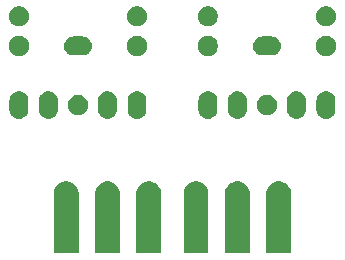
<source format=gbr>
G04 #@! TF.GenerationSoftware,KiCad,Pcbnew,(5.1.2)-1*
G04 #@! TF.CreationDate,2020-11-28T18:44:11+01:00*
G04 #@! TF.ProjectId,Kicad_Tweezers,4b696361-645f-4547-9765-657a6572732e,rev?*
G04 #@! TF.SameCoordinates,Original*
G04 #@! TF.FileFunction,Soldermask,Top*
G04 #@! TF.FilePolarity,Negative*
%FSLAX46Y46*%
G04 Gerber Fmt 4.6, Leading zero omitted, Abs format (unit mm)*
G04 Created by KiCad (PCBNEW (5.1.2)-1) date 2020-11-28 18:44:11*
%MOMM*%
%LPD*%
G04 APERTURE LIST*
%ADD10C,0.100000*%
G04 APERTURE END LIST*
D10*
G36*
X142306564Y-102489389D02*
G01*
X142497833Y-102568615D01*
X142497835Y-102568616D01*
X142669973Y-102683635D01*
X142816365Y-102830027D01*
X142931385Y-103002167D01*
X143010611Y-103193436D01*
X143041433Y-103348387D01*
X143048546Y-103371836D01*
X143051000Y-103376427D01*
X143051000Y-108551000D01*
X140949000Y-108551000D01*
X140949000Y-103376427D01*
X140951454Y-103371836D01*
X140958567Y-103348387D01*
X140989389Y-103193436D01*
X141068615Y-103002167D01*
X141183635Y-102830027D01*
X141330027Y-102683635D01*
X141502165Y-102568616D01*
X141502167Y-102568615D01*
X141693436Y-102489389D01*
X141896484Y-102449000D01*
X142103516Y-102449000D01*
X142306564Y-102489389D01*
X142306564Y-102489389D01*
G37*
G36*
X124306564Y-102489389D02*
G01*
X124497833Y-102568615D01*
X124497835Y-102568616D01*
X124669973Y-102683635D01*
X124816365Y-102830027D01*
X124931385Y-103002167D01*
X125010611Y-103193436D01*
X125041433Y-103348387D01*
X125048546Y-103371836D01*
X125051000Y-103376427D01*
X125051000Y-108551000D01*
X122949000Y-108551000D01*
X122949000Y-103376427D01*
X122951454Y-103371836D01*
X122958567Y-103348387D01*
X122989389Y-103193436D01*
X123068615Y-103002167D01*
X123183635Y-102830027D01*
X123330027Y-102683635D01*
X123502165Y-102568616D01*
X123502167Y-102568615D01*
X123693436Y-102489389D01*
X123896484Y-102449000D01*
X124103516Y-102449000D01*
X124306564Y-102489389D01*
X124306564Y-102489389D01*
G37*
G36*
X135306564Y-102489389D02*
G01*
X135497833Y-102568615D01*
X135497835Y-102568616D01*
X135669973Y-102683635D01*
X135816365Y-102830027D01*
X135931385Y-103002167D01*
X136010611Y-103193436D01*
X136041433Y-103348387D01*
X136048546Y-103371836D01*
X136051000Y-103376427D01*
X136051000Y-108551000D01*
X133949000Y-108551000D01*
X133949000Y-103376427D01*
X133951454Y-103371836D01*
X133958567Y-103348387D01*
X133989389Y-103193436D01*
X134068615Y-103002167D01*
X134183635Y-102830027D01*
X134330027Y-102683635D01*
X134502165Y-102568616D01*
X134502167Y-102568615D01*
X134693436Y-102489389D01*
X134896484Y-102449000D01*
X135103516Y-102449000D01*
X135306564Y-102489389D01*
X135306564Y-102489389D01*
G37*
G36*
X131306564Y-102489389D02*
G01*
X131497833Y-102568615D01*
X131497835Y-102568616D01*
X131669973Y-102683635D01*
X131816365Y-102830027D01*
X131931385Y-103002167D01*
X132010611Y-103193436D01*
X132041433Y-103348387D01*
X132048546Y-103371836D01*
X132051000Y-103376427D01*
X132051000Y-108551000D01*
X129949000Y-108551000D01*
X129949000Y-103376427D01*
X129951454Y-103371836D01*
X129958567Y-103348387D01*
X129989389Y-103193436D01*
X130068615Y-103002167D01*
X130183635Y-102830027D01*
X130330027Y-102683635D01*
X130502165Y-102568616D01*
X130502167Y-102568615D01*
X130693436Y-102489389D01*
X130896484Y-102449000D01*
X131103516Y-102449000D01*
X131306564Y-102489389D01*
X131306564Y-102489389D01*
G37*
G36*
X127806564Y-102489389D02*
G01*
X127997833Y-102568615D01*
X127997835Y-102568616D01*
X128169973Y-102683635D01*
X128316365Y-102830027D01*
X128431385Y-103002167D01*
X128510611Y-103193436D01*
X128541433Y-103348387D01*
X128548546Y-103371836D01*
X128551000Y-103376427D01*
X128551000Y-108551000D01*
X126449000Y-108551000D01*
X126449000Y-103376427D01*
X126451454Y-103371836D01*
X126458567Y-103348387D01*
X126489389Y-103193436D01*
X126568615Y-103002167D01*
X126683635Y-102830027D01*
X126830027Y-102683635D01*
X127002165Y-102568616D01*
X127002167Y-102568615D01*
X127193436Y-102489389D01*
X127396484Y-102449000D01*
X127603516Y-102449000D01*
X127806564Y-102489389D01*
X127806564Y-102489389D01*
G37*
G36*
X138806564Y-102489389D02*
G01*
X138997833Y-102568615D01*
X138997835Y-102568616D01*
X139169973Y-102683635D01*
X139316365Y-102830027D01*
X139431385Y-103002167D01*
X139510611Y-103193436D01*
X139541433Y-103348387D01*
X139548546Y-103371836D01*
X139551000Y-103376427D01*
X139551000Y-108551000D01*
X137449000Y-108551000D01*
X137449000Y-103376427D01*
X137451454Y-103371836D01*
X137458567Y-103348387D01*
X137489389Y-103193436D01*
X137568615Y-103002167D01*
X137683635Y-102830027D01*
X137830027Y-102683635D01*
X138002165Y-102568616D01*
X138002167Y-102568615D01*
X138193436Y-102489389D01*
X138396484Y-102449000D01*
X138603516Y-102449000D01*
X138806564Y-102489389D01*
X138806564Y-102489389D01*
G37*
G36*
X138657022Y-94835590D02*
G01*
X138757681Y-94866125D01*
X138808012Y-94881392D01*
X138947164Y-94955771D01*
X139069133Y-95055867D01*
X139145565Y-95149000D01*
X139169229Y-95177835D01*
X139243608Y-95316987D01*
X139250281Y-95338985D01*
X139289410Y-95467977D01*
X139301000Y-95585655D01*
X139301000Y-96414345D01*
X139289410Y-96532023D01*
X139258875Y-96632682D01*
X139243608Y-96683013D01*
X139169229Y-96822165D01*
X139069133Y-96944133D01*
X138947165Y-97044229D01*
X138808013Y-97118608D01*
X138757682Y-97133875D01*
X138657023Y-97164410D01*
X138500000Y-97179875D01*
X138342978Y-97164410D01*
X138242319Y-97133875D01*
X138191988Y-97118608D01*
X138052836Y-97044229D01*
X137930868Y-96944133D01*
X137830772Y-96822165D01*
X137756393Y-96683013D01*
X137741125Y-96632682D01*
X137710590Y-96532023D01*
X137699000Y-96414345D01*
X137699000Y-95585656D01*
X137710590Y-95467978D01*
X137741125Y-95367319D01*
X137756392Y-95316988D01*
X137830771Y-95177836D01*
X137854436Y-95149000D01*
X137930867Y-95055867D01*
X138052835Y-94955771D01*
X138191987Y-94881392D01*
X138242318Y-94866125D01*
X138342977Y-94835590D01*
X138500000Y-94820125D01*
X138657022Y-94835590D01*
X138657022Y-94835590D01*
G37*
G36*
X136157022Y-94835590D02*
G01*
X136257681Y-94866125D01*
X136308012Y-94881392D01*
X136447164Y-94955771D01*
X136569133Y-95055867D01*
X136645565Y-95149000D01*
X136669229Y-95177835D01*
X136743608Y-95316987D01*
X136750281Y-95338985D01*
X136789410Y-95467977D01*
X136801000Y-95585655D01*
X136801000Y-96414345D01*
X136789410Y-96532023D01*
X136758875Y-96632682D01*
X136743608Y-96683013D01*
X136669229Y-96822165D01*
X136569133Y-96944133D01*
X136447165Y-97044229D01*
X136308013Y-97118608D01*
X136257682Y-97133875D01*
X136157023Y-97164410D01*
X136000000Y-97179875D01*
X135842978Y-97164410D01*
X135742319Y-97133875D01*
X135691988Y-97118608D01*
X135552836Y-97044229D01*
X135430868Y-96944133D01*
X135330772Y-96822165D01*
X135256393Y-96683013D01*
X135241125Y-96632682D01*
X135210590Y-96532023D01*
X135199000Y-96414345D01*
X135199000Y-95585656D01*
X135210590Y-95467978D01*
X135241125Y-95367319D01*
X135256392Y-95316988D01*
X135330771Y-95177836D01*
X135354436Y-95149000D01*
X135430867Y-95055867D01*
X135552835Y-94955771D01*
X135691987Y-94881392D01*
X135742318Y-94866125D01*
X135842977Y-94835590D01*
X136000000Y-94820125D01*
X136157022Y-94835590D01*
X136157022Y-94835590D01*
G37*
G36*
X130157022Y-94835590D02*
G01*
X130257681Y-94866125D01*
X130308012Y-94881392D01*
X130447164Y-94955771D01*
X130569133Y-95055867D01*
X130645565Y-95149000D01*
X130669229Y-95177835D01*
X130743608Y-95316987D01*
X130750281Y-95338985D01*
X130789410Y-95467977D01*
X130801000Y-95585655D01*
X130801000Y-96414345D01*
X130789410Y-96532023D01*
X130758875Y-96632682D01*
X130743608Y-96683013D01*
X130669229Y-96822165D01*
X130569133Y-96944133D01*
X130447165Y-97044229D01*
X130308013Y-97118608D01*
X130257682Y-97133875D01*
X130157023Y-97164410D01*
X130000000Y-97179875D01*
X129842978Y-97164410D01*
X129742319Y-97133875D01*
X129691988Y-97118608D01*
X129552836Y-97044229D01*
X129430868Y-96944133D01*
X129330772Y-96822165D01*
X129256393Y-96683013D01*
X129241125Y-96632682D01*
X129210590Y-96532023D01*
X129199000Y-96414345D01*
X129199000Y-95585656D01*
X129210590Y-95467978D01*
X129241125Y-95367319D01*
X129256392Y-95316988D01*
X129330771Y-95177836D01*
X129354436Y-95149000D01*
X129430867Y-95055867D01*
X129552835Y-94955771D01*
X129691987Y-94881392D01*
X129742318Y-94866125D01*
X129842977Y-94835590D01*
X130000000Y-94820125D01*
X130157022Y-94835590D01*
X130157022Y-94835590D01*
G37*
G36*
X127657022Y-94835590D02*
G01*
X127757681Y-94866125D01*
X127808012Y-94881392D01*
X127947164Y-94955771D01*
X128069133Y-95055867D01*
X128145565Y-95149000D01*
X128169229Y-95177835D01*
X128243608Y-95316987D01*
X128250281Y-95338985D01*
X128289410Y-95467977D01*
X128301000Y-95585655D01*
X128301000Y-96414345D01*
X128289410Y-96532023D01*
X128258875Y-96632682D01*
X128243608Y-96683013D01*
X128169229Y-96822165D01*
X128069133Y-96944133D01*
X127947165Y-97044229D01*
X127808013Y-97118608D01*
X127757682Y-97133875D01*
X127657023Y-97164410D01*
X127500000Y-97179875D01*
X127342978Y-97164410D01*
X127242319Y-97133875D01*
X127191988Y-97118608D01*
X127052836Y-97044229D01*
X126930868Y-96944133D01*
X126830772Y-96822165D01*
X126756393Y-96683013D01*
X126741125Y-96632682D01*
X126710590Y-96532023D01*
X126699000Y-96414345D01*
X126699000Y-95585656D01*
X126710590Y-95467978D01*
X126741125Y-95367319D01*
X126756392Y-95316988D01*
X126830771Y-95177836D01*
X126854436Y-95149000D01*
X126930867Y-95055867D01*
X127052835Y-94955771D01*
X127191987Y-94881392D01*
X127242318Y-94866125D01*
X127342977Y-94835590D01*
X127500000Y-94820125D01*
X127657022Y-94835590D01*
X127657022Y-94835590D01*
G37*
G36*
X120157022Y-94835590D02*
G01*
X120257681Y-94866125D01*
X120308012Y-94881392D01*
X120447164Y-94955771D01*
X120569133Y-95055867D01*
X120645565Y-95149000D01*
X120669229Y-95177835D01*
X120743608Y-95316987D01*
X120750281Y-95338985D01*
X120789410Y-95467977D01*
X120801000Y-95585655D01*
X120801000Y-96414345D01*
X120789410Y-96532023D01*
X120758875Y-96632682D01*
X120743608Y-96683013D01*
X120669229Y-96822165D01*
X120569133Y-96944133D01*
X120447165Y-97044229D01*
X120308013Y-97118608D01*
X120257682Y-97133875D01*
X120157023Y-97164410D01*
X120000000Y-97179875D01*
X119842978Y-97164410D01*
X119742319Y-97133875D01*
X119691988Y-97118608D01*
X119552836Y-97044229D01*
X119430868Y-96944133D01*
X119330772Y-96822165D01*
X119256393Y-96683013D01*
X119241125Y-96632682D01*
X119210590Y-96532023D01*
X119199000Y-96414345D01*
X119199000Y-95585656D01*
X119210590Y-95467978D01*
X119241125Y-95367319D01*
X119256392Y-95316988D01*
X119330771Y-95177836D01*
X119354436Y-95149000D01*
X119430867Y-95055867D01*
X119552835Y-94955771D01*
X119691987Y-94881392D01*
X119742318Y-94866125D01*
X119842977Y-94835590D01*
X120000000Y-94820125D01*
X120157022Y-94835590D01*
X120157022Y-94835590D01*
G37*
G36*
X146157022Y-94835590D02*
G01*
X146257681Y-94866125D01*
X146308012Y-94881392D01*
X146447164Y-94955771D01*
X146569133Y-95055867D01*
X146645565Y-95149000D01*
X146669229Y-95177835D01*
X146743608Y-95316987D01*
X146750281Y-95338985D01*
X146789410Y-95467977D01*
X146801000Y-95585655D01*
X146801000Y-96414345D01*
X146789410Y-96532023D01*
X146758875Y-96632682D01*
X146743608Y-96683013D01*
X146669229Y-96822165D01*
X146569133Y-96944133D01*
X146447165Y-97044229D01*
X146308013Y-97118608D01*
X146257682Y-97133875D01*
X146157023Y-97164410D01*
X146000000Y-97179875D01*
X145842978Y-97164410D01*
X145742319Y-97133875D01*
X145691988Y-97118608D01*
X145552836Y-97044229D01*
X145430868Y-96944133D01*
X145330772Y-96822165D01*
X145256393Y-96683013D01*
X145241125Y-96632682D01*
X145210590Y-96532023D01*
X145199000Y-96414345D01*
X145199000Y-95585656D01*
X145210590Y-95467978D01*
X145241125Y-95367319D01*
X145256392Y-95316988D01*
X145330771Y-95177836D01*
X145354436Y-95149000D01*
X145430867Y-95055867D01*
X145552835Y-94955771D01*
X145691987Y-94881392D01*
X145742318Y-94866125D01*
X145842977Y-94835590D01*
X146000000Y-94820125D01*
X146157022Y-94835590D01*
X146157022Y-94835590D01*
G37*
G36*
X143657022Y-94835590D02*
G01*
X143757681Y-94866125D01*
X143808012Y-94881392D01*
X143947164Y-94955771D01*
X144069133Y-95055867D01*
X144145565Y-95149000D01*
X144169229Y-95177835D01*
X144243608Y-95316987D01*
X144250281Y-95338985D01*
X144289410Y-95467977D01*
X144301000Y-95585655D01*
X144301000Y-96414345D01*
X144289410Y-96532023D01*
X144258875Y-96632682D01*
X144243608Y-96683013D01*
X144169229Y-96822165D01*
X144069133Y-96944133D01*
X143947165Y-97044229D01*
X143808013Y-97118608D01*
X143757682Y-97133875D01*
X143657023Y-97164410D01*
X143500000Y-97179875D01*
X143342978Y-97164410D01*
X143242319Y-97133875D01*
X143191988Y-97118608D01*
X143052836Y-97044229D01*
X142930868Y-96944133D01*
X142830772Y-96822165D01*
X142756393Y-96683013D01*
X142741125Y-96632682D01*
X142710590Y-96532023D01*
X142699000Y-96414345D01*
X142699000Y-95585656D01*
X142710590Y-95467978D01*
X142741125Y-95367319D01*
X142756392Y-95316988D01*
X142830771Y-95177836D01*
X142854436Y-95149000D01*
X142930867Y-95055867D01*
X143052835Y-94955771D01*
X143191987Y-94881392D01*
X143242318Y-94866125D01*
X143342977Y-94835590D01*
X143500000Y-94820125D01*
X143657022Y-94835590D01*
X143657022Y-94835590D01*
G37*
G36*
X122657022Y-94835590D02*
G01*
X122757681Y-94866125D01*
X122808012Y-94881392D01*
X122947164Y-94955771D01*
X123069133Y-95055867D01*
X123145565Y-95149000D01*
X123169229Y-95177835D01*
X123243608Y-95316987D01*
X123250281Y-95338985D01*
X123289410Y-95467977D01*
X123301000Y-95585655D01*
X123301000Y-96414345D01*
X123289410Y-96532023D01*
X123258875Y-96632682D01*
X123243608Y-96683013D01*
X123169229Y-96822165D01*
X123069133Y-96944133D01*
X122947165Y-97044229D01*
X122808013Y-97118608D01*
X122757682Y-97133875D01*
X122657023Y-97164410D01*
X122500000Y-97179875D01*
X122342978Y-97164410D01*
X122242319Y-97133875D01*
X122191988Y-97118608D01*
X122052836Y-97044229D01*
X121930868Y-96944133D01*
X121830772Y-96822165D01*
X121756393Y-96683013D01*
X121741125Y-96632682D01*
X121710590Y-96532023D01*
X121699000Y-96414345D01*
X121699000Y-95585656D01*
X121710590Y-95467978D01*
X121741125Y-95367319D01*
X121756392Y-95316988D01*
X121830771Y-95177836D01*
X121854436Y-95149000D01*
X121930867Y-95055867D01*
X122052835Y-94955771D01*
X122191987Y-94881392D01*
X122242318Y-94866125D01*
X122342977Y-94835590D01*
X122500000Y-94820125D01*
X122657022Y-94835590D01*
X122657022Y-94835590D01*
G37*
G36*
X141248228Y-95181703D02*
G01*
X141403100Y-95245853D01*
X141542481Y-95338985D01*
X141661015Y-95457519D01*
X141754147Y-95596900D01*
X141818297Y-95751772D01*
X141851000Y-95916184D01*
X141851000Y-96083816D01*
X141818297Y-96248228D01*
X141754147Y-96403100D01*
X141661015Y-96542481D01*
X141542481Y-96661015D01*
X141403100Y-96754147D01*
X141248228Y-96818297D01*
X141083816Y-96851000D01*
X140916184Y-96851000D01*
X140751772Y-96818297D01*
X140596900Y-96754147D01*
X140457519Y-96661015D01*
X140338985Y-96542481D01*
X140245853Y-96403100D01*
X140181703Y-96248228D01*
X140149000Y-96083816D01*
X140149000Y-95916184D01*
X140181703Y-95751772D01*
X140245853Y-95596900D01*
X140338985Y-95457519D01*
X140457519Y-95338985D01*
X140596900Y-95245853D01*
X140751772Y-95181703D01*
X140916184Y-95149000D01*
X141083816Y-95149000D01*
X141248228Y-95181703D01*
X141248228Y-95181703D01*
G37*
G36*
X125248228Y-95181703D02*
G01*
X125403100Y-95245853D01*
X125542481Y-95338985D01*
X125661015Y-95457519D01*
X125754147Y-95596900D01*
X125818297Y-95751772D01*
X125851000Y-95916184D01*
X125851000Y-96083816D01*
X125818297Y-96248228D01*
X125754147Y-96403100D01*
X125661015Y-96542481D01*
X125542481Y-96661015D01*
X125403100Y-96754147D01*
X125248228Y-96818297D01*
X125083816Y-96851000D01*
X124916184Y-96851000D01*
X124751772Y-96818297D01*
X124596900Y-96754147D01*
X124457519Y-96661015D01*
X124338985Y-96542481D01*
X124245853Y-96403100D01*
X124181703Y-96248228D01*
X124149000Y-96083816D01*
X124149000Y-95916184D01*
X124181703Y-95751772D01*
X124245853Y-95596900D01*
X124338985Y-95457519D01*
X124457519Y-95338985D01*
X124596900Y-95245853D01*
X124751772Y-95181703D01*
X124916184Y-95149000D01*
X125083816Y-95149000D01*
X125248228Y-95181703D01*
X125248228Y-95181703D01*
G37*
G36*
X130248228Y-90181703D02*
G01*
X130403100Y-90245853D01*
X130542481Y-90338985D01*
X130661015Y-90457519D01*
X130754147Y-90596900D01*
X130818297Y-90751772D01*
X130851000Y-90916184D01*
X130851000Y-91083816D01*
X130818297Y-91248228D01*
X130754147Y-91403100D01*
X130661015Y-91542481D01*
X130542481Y-91661015D01*
X130403100Y-91754147D01*
X130248228Y-91818297D01*
X130083816Y-91851000D01*
X129916184Y-91851000D01*
X129751772Y-91818297D01*
X129596900Y-91754147D01*
X129457519Y-91661015D01*
X129338985Y-91542481D01*
X129245853Y-91403100D01*
X129181703Y-91248228D01*
X129149000Y-91083816D01*
X129149000Y-90916184D01*
X129181703Y-90751772D01*
X129245853Y-90596900D01*
X129338985Y-90457519D01*
X129457519Y-90338985D01*
X129596900Y-90245853D01*
X129751772Y-90181703D01*
X129916184Y-90149000D01*
X130083816Y-90149000D01*
X130248228Y-90181703D01*
X130248228Y-90181703D01*
G37*
G36*
X120248228Y-90181703D02*
G01*
X120403100Y-90245853D01*
X120542481Y-90338985D01*
X120661015Y-90457519D01*
X120754147Y-90596900D01*
X120818297Y-90751772D01*
X120851000Y-90916184D01*
X120851000Y-91083816D01*
X120818297Y-91248228D01*
X120754147Y-91403100D01*
X120661015Y-91542481D01*
X120542481Y-91661015D01*
X120403100Y-91754147D01*
X120248228Y-91818297D01*
X120083816Y-91851000D01*
X119916184Y-91851000D01*
X119751772Y-91818297D01*
X119596900Y-91754147D01*
X119457519Y-91661015D01*
X119338985Y-91542481D01*
X119245853Y-91403100D01*
X119181703Y-91248228D01*
X119149000Y-91083816D01*
X119149000Y-90916184D01*
X119181703Y-90751772D01*
X119245853Y-90596900D01*
X119338985Y-90457519D01*
X119457519Y-90338985D01*
X119596900Y-90245853D01*
X119751772Y-90181703D01*
X119916184Y-90149000D01*
X120083816Y-90149000D01*
X120248228Y-90181703D01*
X120248228Y-90181703D01*
G37*
G36*
X136248228Y-90181703D02*
G01*
X136403100Y-90245853D01*
X136542481Y-90338985D01*
X136661015Y-90457519D01*
X136754147Y-90596900D01*
X136818297Y-90751772D01*
X136851000Y-90916184D01*
X136851000Y-91083816D01*
X136818297Y-91248228D01*
X136754147Y-91403100D01*
X136661015Y-91542481D01*
X136542481Y-91661015D01*
X136403100Y-91754147D01*
X136248228Y-91818297D01*
X136083816Y-91851000D01*
X135916184Y-91851000D01*
X135751772Y-91818297D01*
X135596900Y-91754147D01*
X135457519Y-91661015D01*
X135338985Y-91542481D01*
X135245853Y-91403100D01*
X135181703Y-91248228D01*
X135149000Y-91083816D01*
X135149000Y-90916184D01*
X135181703Y-90751772D01*
X135245853Y-90596900D01*
X135338985Y-90457519D01*
X135457519Y-90338985D01*
X135596900Y-90245853D01*
X135751772Y-90181703D01*
X135916184Y-90149000D01*
X136083816Y-90149000D01*
X136248228Y-90181703D01*
X136248228Y-90181703D01*
G37*
G36*
X146248228Y-90181703D02*
G01*
X146403100Y-90245853D01*
X146542481Y-90338985D01*
X146661015Y-90457519D01*
X146754147Y-90596900D01*
X146818297Y-90751772D01*
X146851000Y-90916184D01*
X146851000Y-91083816D01*
X146818297Y-91248228D01*
X146754147Y-91403100D01*
X146661015Y-91542481D01*
X146542481Y-91661015D01*
X146403100Y-91754147D01*
X146248228Y-91818297D01*
X146083816Y-91851000D01*
X145916184Y-91851000D01*
X145751772Y-91818297D01*
X145596900Y-91754147D01*
X145457519Y-91661015D01*
X145338985Y-91542481D01*
X145245853Y-91403100D01*
X145181703Y-91248228D01*
X145149000Y-91083816D01*
X145149000Y-90916184D01*
X145181703Y-90751772D01*
X145245853Y-90596900D01*
X145338985Y-90457519D01*
X145457519Y-90338985D01*
X145596900Y-90245853D01*
X145751772Y-90181703D01*
X145916184Y-90149000D01*
X146083816Y-90149000D01*
X146248228Y-90181703D01*
X146248228Y-90181703D01*
G37*
G36*
X141453571Y-90202863D02*
G01*
X141532023Y-90210590D01*
X141632682Y-90241125D01*
X141683013Y-90256392D01*
X141822165Y-90330771D01*
X141944133Y-90430867D01*
X142044229Y-90552835D01*
X142118608Y-90691987D01*
X142118608Y-90691988D01*
X142164410Y-90842977D01*
X142179875Y-91000000D01*
X142164410Y-91157023D01*
X142136743Y-91248228D01*
X142118608Y-91308013D01*
X142044229Y-91447165D01*
X141944133Y-91569133D01*
X141822165Y-91669229D01*
X141683013Y-91743608D01*
X141632682Y-91758875D01*
X141532023Y-91789410D01*
X141453571Y-91797137D01*
X141414346Y-91801000D01*
X140585654Y-91801000D01*
X140546429Y-91797137D01*
X140467977Y-91789410D01*
X140367318Y-91758875D01*
X140316987Y-91743608D01*
X140177835Y-91669229D01*
X140055867Y-91569133D01*
X139955771Y-91447165D01*
X139881392Y-91308013D01*
X139863257Y-91248228D01*
X139835590Y-91157023D01*
X139820125Y-91000000D01*
X139835590Y-90842977D01*
X139881392Y-90691988D01*
X139881392Y-90691987D01*
X139955771Y-90552835D01*
X140055867Y-90430867D01*
X140177835Y-90330771D01*
X140316987Y-90256392D01*
X140367318Y-90241125D01*
X140467977Y-90210590D01*
X140546429Y-90202863D01*
X140585654Y-90199000D01*
X141414346Y-90199000D01*
X141453571Y-90202863D01*
X141453571Y-90202863D01*
G37*
G36*
X125453571Y-90202863D02*
G01*
X125532023Y-90210590D01*
X125632682Y-90241125D01*
X125683013Y-90256392D01*
X125822165Y-90330771D01*
X125944133Y-90430867D01*
X126044229Y-90552835D01*
X126118608Y-90691987D01*
X126118608Y-90691988D01*
X126164410Y-90842977D01*
X126179875Y-91000000D01*
X126164410Y-91157023D01*
X126136743Y-91248228D01*
X126118608Y-91308013D01*
X126044229Y-91447165D01*
X125944133Y-91569133D01*
X125822165Y-91669229D01*
X125683013Y-91743608D01*
X125632682Y-91758875D01*
X125532023Y-91789410D01*
X125453571Y-91797137D01*
X125414346Y-91801000D01*
X124585654Y-91801000D01*
X124546429Y-91797137D01*
X124467977Y-91789410D01*
X124367318Y-91758875D01*
X124316987Y-91743608D01*
X124177835Y-91669229D01*
X124055867Y-91569133D01*
X123955771Y-91447165D01*
X123881392Y-91308013D01*
X123863257Y-91248228D01*
X123835590Y-91157023D01*
X123820125Y-91000000D01*
X123835590Y-90842977D01*
X123881392Y-90691988D01*
X123881392Y-90691987D01*
X123955771Y-90552835D01*
X124055867Y-90430867D01*
X124177835Y-90330771D01*
X124316987Y-90256392D01*
X124367318Y-90241125D01*
X124467977Y-90210590D01*
X124546429Y-90202863D01*
X124585654Y-90199000D01*
X125414346Y-90199000D01*
X125453571Y-90202863D01*
X125453571Y-90202863D01*
G37*
G36*
X136248228Y-87681703D02*
G01*
X136403100Y-87745853D01*
X136542481Y-87838985D01*
X136661015Y-87957519D01*
X136754147Y-88096900D01*
X136818297Y-88251772D01*
X136851000Y-88416184D01*
X136851000Y-88583816D01*
X136818297Y-88748228D01*
X136754147Y-88903100D01*
X136661015Y-89042481D01*
X136542481Y-89161015D01*
X136403100Y-89254147D01*
X136248228Y-89318297D01*
X136083816Y-89351000D01*
X135916184Y-89351000D01*
X135751772Y-89318297D01*
X135596900Y-89254147D01*
X135457519Y-89161015D01*
X135338985Y-89042481D01*
X135245853Y-88903100D01*
X135181703Y-88748228D01*
X135149000Y-88583816D01*
X135149000Y-88416184D01*
X135181703Y-88251772D01*
X135245853Y-88096900D01*
X135338985Y-87957519D01*
X135457519Y-87838985D01*
X135596900Y-87745853D01*
X135751772Y-87681703D01*
X135916184Y-87649000D01*
X136083816Y-87649000D01*
X136248228Y-87681703D01*
X136248228Y-87681703D01*
G37*
G36*
X146248228Y-87681703D02*
G01*
X146403100Y-87745853D01*
X146542481Y-87838985D01*
X146661015Y-87957519D01*
X146754147Y-88096900D01*
X146818297Y-88251772D01*
X146851000Y-88416184D01*
X146851000Y-88583816D01*
X146818297Y-88748228D01*
X146754147Y-88903100D01*
X146661015Y-89042481D01*
X146542481Y-89161015D01*
X146403100Y-89254147D01*
X146248228Y-89318297D01*
X146083816Y-89351000D01*
X145916184Y-89351000D01*
X145751772Y-89318297D01*
X145596900Y-89254147D01*
X145457519Y-89161015D01*
X145338985Y-89042481D01*
X145245853Y-88903100D01*
X145181703Y-88748228D01*
X145149000Y-88583816D01*
X145149000Y-88416184D01*
X145181703Y-88251772D01*
X145245853Y-88096900D01*
X145338985Y-87957519D01*
X145457519Y-87838985D01*
X145596900Y-87745853D01*
X145751772Y-87681703D01*
X145916184Y-87649000D01*
X146083816Y-87649000D01*
X146248228Y-87681703D01*
X146248228Y-87681703D01*
G37*
G36*
X120248228Y-87681703D02*
G01*
X120403100Y-87745853D01*
X120542481Y-87838985D01*
X120661015Y-87957519D01*
X120754147Y-88096900D01*
X120818297Y-88251772D01*
X120851000Y-88416184D01*
X120851000Y-88583816D01*
X120818297Y-88748228D01*
X120754147Y-88903100D01*
X120661015Y-89042481D01*
X120542481Y-89161015D01*
X120403100Y-89254147D01*
X120248228Y-89318297D01*
X120083816Y-89351000D01*
X119916184Y-89351000D01*
X119751772Y-89318297D01*
X119596900Y-89254147D01*
X119457519Y-89161015D01*
X119338985Y-89042481D01*
X119245853Y-88903100D01*
X119181703Y-88748228D01*
X119149000Y-88583816D01*
X119149000Y-88416184D01*
X119181703Y-88251772D01*
X119245853Y-88096900D01*
X119338985Y-87957519D01*
X119457519Y-87838985D01*
X119596900Y-87745853D01*
X119751772Y-87681703D01*
X119916184Y-87649000D01*
X120083816Y-87649000D01*
X120248228Y-87681703D01*
X120248228Y-87681703D01*
G37*
G36*
X130248228Y-87681703D02*
G01*
X130403100Y-87745853D01*
X130542481Y-87838985D01*
X130661015Y-87957519D01*
X130754147Y-88096900D01*
X130818297Y-88251772D01*
X130851000Y-88416184D01*
X130851000Y-88583816D01*
X130818297Y-88748228D01*
X130754147Y-88903100D01*
X130661015Y-89042481D01*
X130542481Y-89161015D01*
X130403100Y-89254147D01*
X130248228Y-89318297D01*
X130083816Y-89351000D01*
X129916184Y-89351000D01*
X129751772Y-89318297D01*
X129596900Y-89254147D01*
X129457519Y-89161015D01*
X129338985Y-89042481D01*
X129245853Y-88903100D01*
X129181703Y-88748228D01*
X129149000Y-88583816D01*
X129149000Y-88416184D01*
X129181703Y-88251772D01*
X129245853Y-88096900D01*
X129338985Y-87957519D01*
X129457519Y-87838985D01*
X129596900Y-87745853D01*
X129751772Y-87681703D01*
X129916184Y-87649000D01*
X130083816Y-87649000D01*
X130248228Y-87681703D01*
X130248228Y-87681703D01*
G37*
M02*

</source>
